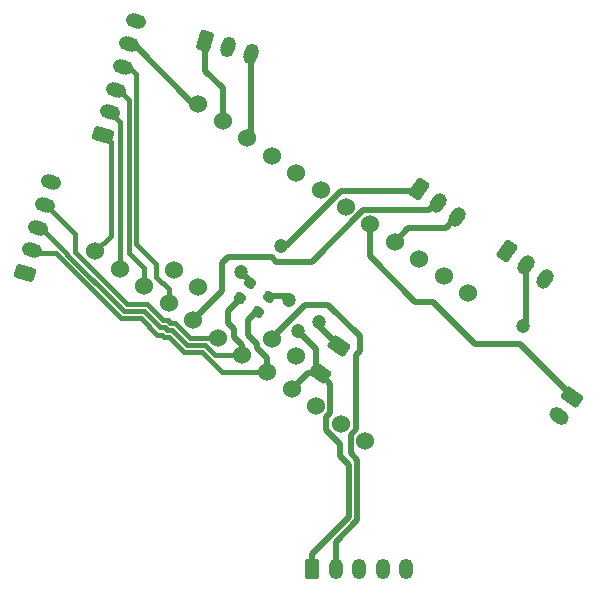
<source format=gbr>
%TF.GenerationSoftware,KiCad,Pcbnew,(6.0.9)*%
%TF.CreationDate,2023-01-28T00:17:32-09:00*%
%TF.ProjectId,HOTAS_Throttle Inner Grip,484f5441-535f-4546-9872-6f74746c6520,rev?*%
%TF.SameCoordinates,Original*%
%TF.FileFunction,Copper,L1,Top*%
%TF.FilePolarity,Positive*%
%FSLAX46Y46*%
G04 Gerber Fmt 4.6, Leading zero omitted, Abs format (unit mm)*
G04 Created by KiCad (PCBNEW (6.0.9)) date 2023-01-28 00:17:32*
%MOMM*%
%LPD*%
G01*
G04 APERTURE LIST*
G04 Aperture macros list*
%AMRoundRect*
0 Rectangle with rounded corners*
0 $1 Rounding radius*
0 $2 $3 $4 $5 $6 $7 $8 $9 X,Y pos of 4 corners*
0 Add a 4 corners polygon primitive as box body*
4,1,4,$2,$3,$4,$5,$6,$7,$8,$9,$2,$3,0*
0 Add four circle primitives for the rounded corners*
1,1,$1+$1,$2,$3*
1,1,$1+$1,$4,$5*
1,1,$1+$1,$6,$7*
1,1,$1+$1,$8,$9*
0 Add four rect primitives between the rounded corners*
20,1,$1+$1,$2,$3,$4,$5,0*
20,1,$1+$1,$4,$5,$6,$7,0*
20,1,$1+$1,$6,$7,$8,$9,0*
20,1,$1+$1,$8,$9,$2,$3,0*%
%AMHorizOval*
0 Thick line with rounded ends*
0 $1 width*
0 $2 $3 position (X,Y) of the first rounded end (center of the circle)*
0 $4 $5 position (X,Y) of the second rounded end (center of the circle)*
0 Add line between two ends*
20,1,$1,$2,$3,$4,$5,0*
0 Add two circle primitives to create the rounded ends*
1,1,$1,$2,$3*
1,1,$1,$4,$5*%
G04 Aperture macros list end*
%TA.AperFunction,ComponentPad*%
%ADD10C,1.524000*%
%TD*%
%TA.AperFunction,ComponentPad*%
%ADD11HorizOval,1.200000X-0.264347X0.075800X0.264347X-0.075800X0*%
%TD*%
%TA.AperFunction,ComponentPad*%
%ADD12RoundRect,0.249999X0.504316X-0.508716X0.697263X0.164169X-0.504316X0.508716X-0.697263X-0.164169X0*%
%TD*%
%TA.AperFunction,ComponentPad*%
%ADD13HorizOval,1.200000X-0.157734X-0.225267X0.157734X0.225267X0*%
%TD*%
%TA.AperFunction,ComponentPad*%
%ADD14RoundRect,0.249999X-0.645190X-0.311219X-0.071782X-0.712723X0.645190X0.311219X0.071782X0.712723X0*%
%TD*%
%TA.AperFunction,ComponentPad*%
%ADD15HorizOval,1.200000X-0.075800X-0.264347X0.075800X0.264347X0*%
%TD*%
%TA.AperFunction,ComponentPad*%
%ADD16RoundRect,0.249999X-0.508716X-0.504316X0.164169X-0.697263X0.508716X0.504316X-0.164169X0.697263X0*%
%TD*%
%TA.AperFunction,ComponentPad*%
%ADD17O,1.200000X1.750000*%
%TD*%
%TA.AperFunction,ComponentPad*%
%ADD18RoundRect,0.249999X-0.350001X-0.625001X0.350001X-0.625001X0.350001X0.625001X-0.350001X0.625001X0*%
%TD*%
%TA.AperFunction,ComponentPad*%
%ADD19HorizOval,1.200000X-0.225267X0.157734X0.225267X-0.157734X0*%
%TD*%
%TA.AperFunction,ComponentPad*%
%ADD20RoundRect,0.249999X-0.311219X0.645190X-0.712723X0.071782X0.311219X-0.645190X0.712723X-0.071782X0*%
%TD*%
%TA.AperFunction,SMDPad,CuDef*%
%ADD21RoundRect,0.218750X0.084438X-0.326168X0.335378X0.032211X-0.084438X0.326168X-0.335378X-0.032211X0*%
%TD*%
%TA.AperFunction,SMDPad,CuDef*%
%ADD22RoundRect,0.250000X0.296879X-0.665667X0.727061X-0.051303X-0.296879X0.665667X-0.727061X0.051303X0*%
%TD*%
%TA.AperFunction,ViaPad*%
%ADD23C,1.200000*%
%TD*%
%TA.AperFunction,Conductor*%
%ADD24C,0.508000*%
%TD*%
%TA.AperFunction,Conductor*%
%ADD25C,0.406400*%
%TD*%
G04 APERTURE END LIST*
D10*
%TO.P,U1,34*%
%TO.N,/I2C_SCK*%
X93303586Y-114337408D03*
%TO.P,U1,33*%
%TO.N,/I2C_DATA*%
X91222939Y-112880524D03*
%TO.P,U1,32*%
%TO.N,Net-(U1-Pad32)*%
X84981001Y-108509872D03*
%TO.P,U1,31*%
%TO.N,Net-(U1-Pad31)*%
X82900355Y-107052987D03*
%TO.P,U1,24*%
%TO.N,Net-(U1-Pad24)*%
X99128963Y-121517149D03*
%TO.P,U1,23*%
%TO.N,GND*%
X97048317Y-120060265D03*
%TO.P,U1,22*%
%TO.N,Net-(U1-Pad22)*%
X94967671Y-118603381D03*
%TO.P,U1,21*%
%TO.N,VCC*%
X92887024Y-117146497D03*
%TO.P,U1,20*%
%TO.N,/JOY_X*%
X90806378Y-115689612D03*
%TO.P,U1,19*%
%TO.N,/JOY_Y*%
X88725732Y-114232728D03*
%TO.P,U1,18*%
%TO.N,/JOY_SW*%
X86645086Y-112775844D03*
%TO.P,U1,17*%
%TO.N,/ANTENNA_ELEVATION*%
X84564440Y-111318960D03*
%TO.P,U1,16*%
%TO.N,/D*%
X82483793Y-109862076D03*
%TO.P,U1,15*%
%TO.N,/C*%
X80403147Y-108405192D03*
%TO.P,U1,14*%
%TO.N,/B*%
X78322501Y-106948307D03*
%TO.P,U1,13*%
%TO.N,/A*%
X76241855Y-105491423D03*
%TO.P,U1,12*%
%TO.N,/PUSH*%
X84983160Y-93007546D03*
%TO.P,U1,11*%
%TO.N,/COUNTERMEASURES_FWD*%
X87063806Y-94464430D03*
%TO.P,U1,10*%
%TO.N,/COUNTERMEASURES_AFT*%
X89144452Y-95921314D03*
%TO.P,U1,9*%
%TO.N,Net-(U1-Pad9)*%
X91225098Y-97378199D03*
%TO.P,U1,8*%
%TO.N,Net-(U1-Pad8)*%
X93305745Y-98835083D03*
%TO.P,U1,7*%
%TO.N,/SPEEDBREAK_EXTEND*%
X95386391Y-100291967D03*
%TO.P,U1,6*%
%TO.N,/SPEEDBREAK_RETRACT*%
X97467037Y-101748851D03*
%TO.P,U1,5*%
%TO.N,/CAGE-UNCAGE*%
X99547683Y-103205735D03*
%TO.P,U1,4*%
%TO.N,GND*%
X101628329Y-104662619D03*
%TO.P,U1,3*%
%TO.N,Net-(U1-Pad3)*%
X103708976Y-106119503D03*
%TO.P,U1,2*%
%TO.N,Net-(U1-Pad2)*%
X105789622Y-107576388D03*
%TO.P,U1,1*%
%TO.N,Net-(U1-Pad1)*%
X107870268Y-109033272D03*
%TD*%
D11*
%TO.P,COM1,6*%
%TO.N,GND*%
X79718374Y-86018383D03*
%TO.P,COM1,5*%
%TO.N,/PUSH*%
X79167099Y-87940906D03*
%TO.P,COM1,4*%
%TO.N,/D*%
X78615824Y-89863430D03*
%TO.P,COM1,3*%
%TO.N,/C*%
X78064549Y-91785953D03*
%TO.P,COM1,2*%
%TO.N,/B*%
X77513275Y-93708477D03*
D12*
%TO.P,COM1,1*%
%TO.N,/A*%
X76962000Y-95631000D03*
%TD*%
D13*
%TO.P,SPDBRK1,3*%
%TO.N,/SPEEDBREAK_RETRACT*%
X114376208Y-107780506D03*
%TO.P,SPDBRK1,2*%
%TO.N,GND*%
X112737904Y-106633353D03*
D14*
%TO.P,SPDBRK1,1*%
%TO.N,/SPEEDBREAK_EXTEND*%
X111099600Y-105486200D03*
%TD*%
D15*
%TO.P,CM1,3*%
%TO.N,/COUNTERMEASURES_AFT*%
X89443047Y-88732549D03*
%TO.P,CM1,2*%
%TO.N,GND*%
X87520523Y-88181275D03*
D16*
%TO.P,CM1,1*%
%TO.N,/COUNTERMEASURES_FWD*%
X85598000Y-87630000D03*
%TD*%
D11*
%TO.P,TDC/JOY1,5*%
%TO.N,GND*%
X72563099Y-99624906D03*
%TO.P,TDC/JOY1,4*%
%TO.N,/JOY_SW*%
X72011824Y-101547430D03*
%TO.P,TDC/JOY1,3*%
%TO.N,/JOY_Y*%
X71460549Y-103469953D03*
%TO.P,TDC/JOY1,2*%
%TO.N,/JOY_X*%
X70909275Y-105392477D03*
D12*
%TO.P,TDC/JOY1,1*%
%TO.N,VCC*%
X70358000Y-107315000D03*
%TD*%
D17*
%TO.P,J2/OUTPUT,5*%
%TO.N,GND*%
X102615000Y-132334000D03*
%TO.P,J2/OUTPUT,4*%
%TO.N,/SPARE*%
X100615000Y-132334000D03*
%TO.P,J2/OUTPUT,3*%
%TO.N,/I2C_SCK*%
X98615000Y-132334000D03*
%TO.P,J2/OUTPUT,2*%
%TO.N,/I2C_DATA*%
X96615000Y-132334000D03*
D18*
%TO.P,J2/OUTPUT,1*%
%TO.N,VCC*%
X94615000Y-132334000D03*
%TD*%
D19*
%TO.P,CAGE1,2*%
%TO.N,GND*%
X115515047Y-119418104D03*
D20*
%TO.P,CAGE1,1*%
%TO.N,/CAGE-UNCAGE*%
X116662200Y-117779800D03*
%TD*%
D13*
%TO.P,ANT1,3*%
%TO.N,GND*%
X106917560Y-102531539D03*
%TO.P,ANT1,2*%
%TO.N,/ANTENNA_ELEVATION*%
X105279256Y-101384386D03*
D14*
%TO.P,ANT1,1*%
%TO.N,VCC*%
X103640952Y-100237233D03*
%TD*%
D21*
%TO.P,C7,2*%
%TO.N,GND*%
X89406382Y-108131636D03*
%TO.P,C7,1*%
%TO.N,/JOY_Y*%
X88503000Y-109421800D03*
%TD*%
%TO.P,C8,2*%
%TO.N,GND*%
X90951691Y-109354918D03*
%TO.P,C8,1*%
%TO.N,/JOY_X*%
X90048309Y-110645082D03*
%TD*%
D22*
%TO.P,C1,2*%
%TO.N,GND*%
X96942007Y-113483387D03*
%TO.P,C1,1*%
%TO.N,VCC*%
X95335993Y-115777013D03*
%TD*%
D23*
%TO.N,GND*%
X92694000Y-109599600D03*
X88590937Y-107198337D03*
X95249996Y-111500000D03*
X112522000Y-111760000D03*
%TO.N,VCC*%
X93455825Y-112217199D03*
X91999970Y-105000000D03*
%TD*%
D24*
%TO.N,GND*%
X91113691Y-109284718D02*
X92379118Y-109284718D01*
X92379118Y-109284718D02*
X92694000Y-109599600D01*
X89406382Y-108013782D02*
X88590937Y-107198337D01*
X96942007Y-113483387D02*
X95249996Y-111791376D01*
X95249996Y-111791376D02*
X95249996Y-111500000D01*
X105934000Y-103500000D02*
X106934000Y-102500000D01*
X101628329Y-104662619D02*
X102790948Y-103500000D01*
X102790948Y-103500000D02*
X105934000Y-103500000D01*
X112737904Y-106633353D02*
X112737904Y-111544096D01*
X112737904Y-111544096D02*
X112522000Y-111760000D01*
%TO.N,VCC*%
X92887024Y-117146497D02*
X94285721Y-115747800D01*
X94285721Y-115747800D02*
X95300800Y-115747800D01*
X94615000Y-131114800D02*
X94615000Y-132334000D01*
X97764600Y-127965200D02*
X94615000Y-131114800D01*
X97764600Y-123571000D02*
X97764600Y-127965200D01*
X96977200Y-122783600D02*
X97764600Y-123571000D01*
X96977200Y-121788830D02*
X96977200Y-122783600D01*
X96183672Y-116681472D02*
X96183672Y-119187062D01*
X95832316Y-119538418D02*
X95832316Y-120643946D01*
X95351600Y-115849400D02*
X96183672Y-116681472D01*
X96183672Y-119187062D02*
X95832316Y-119538418D01*
X95832316Y-120643946D02*
X96977200Y-121788830D01*
X93455825Y-112217199D02*
X95000000Y-113761374D01*
X95000000Y-113761374D02*
X95000000Y-115500000D01*
X92416212Y-105000000D02*
X91999970Y-105000000D01*
X97086212Y-100330000D02*
X92416212Y-105000000D01*
X103500000Y-100000000D02*
X103170000Y-100330000D01*
X103170000Y-100330000D02*
X97086212Y-100330000D01*
%TO.N,/JOY_Y*%
X88406382Y-109631636D02*
X88406382Y-109513782D01*
D25*
X73917190Y-105748849D02*
X73917190Y-105743390D01*
X71628000Y-103454200D02*
X71475600Y-103454200D01*
X73917190Y-105743390D02*
X71628000Y-103454200D01*
X81756177Y-111925369D02*
X80368418Y-110537610D01*
X78350724Y-110182382D02*
X73917190Y-105748849D01*
X78705951Y-110537610D02*
X78350724Y-110182382D01*
X80368418Y-110537610D02*
X78705951Y-110537610D01*
D24*
X87503000Y-110921800D02*
X87503000Y-111506000D01*
X87503000Y-111506000D02*
X88011000Y-112014000D01*
X88011000Y-112014000D02*
X88011000Y-112750600D01*
X88011000Y-112750600D02*
X88696800Y-113436400D01*
X88696800Y-113436400D02*
X88696800Y-114198400D01*
D25*
X82187976Y-111925369D02*
X82375017Y-112112410D01*
X81756177Y-111925369D02*
X82187976Y-111925369D01*
X82775800Y-112112410D02*
X84045643Y-113382254D01*
X82375017Y-112112410D02*
X82775800Y-112112410D01*
X85526998Y-113382254D02*
X86368544Y-114223800D01*
X84045643Y-113382254D02*
X85526998Y-113382254D01*
X86368544Y-114223800D02*
X88747600Y-114223800D01*
X88747600Y-114223800D02*
X88747600Y-114274600D01*
D24*
X87503000Y-110921800D02*
X87503000Y-110497000D01*
X87503000Y-110497000D02*
X88500000Y-109500000D01*
%TO.N,/JOY_X*%
X89210309Y-112602473D02*
X89966800Y-113358964D01*
X89210309Y-112074882D02*
X89210309Y-112602473D01*
X89966800Y-113358964D02*
X89966800Y-113665000D01*
X89966800Y-113665000D02*
X90805000Y-114503200D01*
X90805000Y-114503200D02*
X90805000Y-115697000D01*
D25*
X71120000Y-105613200D02*
X70891400Y-105384600D01*
X85275816Y-113988664D02*
X83794460Y-113988664D01*
X81936792Y-112531778D02*
X81504994Y-112531778D01*
X83794460Y-113988664D02*
X82524618Y-112718820D01*
X90855800Y-115697000D02*
X86984152Y-115697000D01*
X86984152Y-115697000D02*
X85275816Y-113988664D01*
X81504994Y-112531778D02*
X80117236Y-111144020D01*
X82123834Y-112718820D02*
X81936792Y-112531778D01*
X80117236Y-111144020D02*
X78454770Y-111144020D01*
X78454770Y-111144020D02*
X72923950Y-105613200D01*
X82524618Y-112718820D02*
X82123834Y-112718820D01*
X72923950Y-105613200D02*
X71120000Y-105613200D01*
D24*
X89210309Y-112074882D02*
X89210309Y-111289691D01*
X89210309Y-111289691D02*
X90000000Y-110500000D01*
%TO.N,/I2C_DATA*%
X91135200Y-112877600D02*
X91135200Y-112903000D01*
X94012800Y-110000000D02*
X91135200Y-112877600D01*
X96615000Y-132334000D02*
X96615000Y-130116076D01*
X98472609Y-123136009D02*
X97912962Y-122576362D01*
X96000000Y-110000000D02*
X94012800Y-110000000D01*
X97912962Y-120995302D02*
X98374200Y-120534064D01*
X98679000Y-112679000D02*
X96000000Y-110000000D01*
X98472609Y-128258467D02*
X98472609Y-123136009D01*
X96615000Y-130116076D02*
X98472609Y-128258467D01*
X98374200Y-120534064D02*
X98374200Y-114249200D01*
X97912962Y-122576362D02*
X97912962Y-120995302D01*
X98374200Y-114249200D02*
X98679000Y-113944400D01*
X98679000Y-113944400D02*
X98679000Y-112679000D01*
D25*
%TO.N,/JOY_SW*%
X83026982Y-111506000D02*
X84296826Y-112775844D01*
X82626200Y-111506000D02*
X83026982Y-111506000D01*
X82007359Y-111318959D02*
X82439159Y-111318959D01*
X82439159Y-111318959D02*
X82626200Y-111506000D01*
X72085200Y-101549200D02*
X74523600Y-103987600D01*
X84296826Y-112775844D02*
X86645086Y-112775844D01*
X71983600Y-101549200D02*
X72085200Y-101549200D01*
X74523600Y-103987600D02*
X74523600Y-105497666D01*
X80619600Y-109931200D02*
X82007359Y-111318959D01*
X78957134Y-109931200D02*
X80619600Y-109931200D01*
X74523600Y-105497666D02*
X78957134Y-109931200D01*
D24*
%TO.N,/PUSH*%
X84963000Y-92989400D02*
X84937600Y-92989400D01*
X84582000Y-92989400D02*
X84963000Y-92989400D01*
X79167099Y-87940906D02*
X79533506Y-87940906D01*
X79533506Y-87940906D02*
X84582000Y-92989400D01*
D25*
%TO.N,/D*%
X82483793Y-109862076D02*
X82483793Y-108696593D01*
X82483793Y-108696593D02*
X81407000Y-107619800D01*
X81407000Y-106553000D02*
X79702010Y-104848010D01*
X81407000Y-107619800D02*
X81407000Y-106553000D01*
X79702010Y-104848010D02*
X79702010Y-90471610D01*
X79702010Y-90471610D02*
X79121000Y-89890600D01*
X79121000Y-89890600D02*
X78613000Y-89890600D01*
%TO.N,/C*%
X79095600Y-92633800D02*
X78232000Y-91770200D01*
X79095600Y-105613200D02*
X79095600Y-92633800D01*
X80403147Y-108405192D02*
X80403147Y-106920747D01*
X78232000Y-91770200D02*
X78028800Y-91770200D01*
X80403147Y-106920747D02*
X79095600Y-105613200D01*
%TO.N,/B*%
X77520800Y-93726000D02*
X77520800Y-93649800D01*
X78322501Y-106948307D02*
X78322501Y-94527701D01*
X78322501Y-94527701D02*
X77520800Y-93726000D01*
%TO.N,/A*%
X77571600Y-96215200D02*
X76987400Y-95631000D01*
X76241855Y-105491423D02*
X77571600Y-104161678D01*
X77571600Y-104161678D02*
X77571600Y-96215200D01*
D24*
%TO.N,/ANTENNA_ELEVATION*%
X104510266Y-101989734D02*
X105000000Y-101500000D01*
X98964002Y-101989734D02*
X104510266Y-101989734D01*
X91590079Y-106354001D02*
X94599735Y-106354001D01*
X87000000Y-106500000D02*
X87500000Y-106000000D01*
X87000000Y-108859400D02*
X87000000Y-106500000D01*
X91236078Y-106000000D02*
X91590079Y-106354001D01*
X94599735Y-106354001D02*
X98964002Y-101989734D01*
X84556600Y-111302800D02*
X87000000Y-108859400D01*
X87500000Y-106000000D02*
X91236078Y-106000000D01*
%TO.N,/COUNTERMEASURES_AFT*%
X89443047Y-88732549D02*
X89443047Y-95595953D01*
X89443047Y-95595953D02*
X89128600Y-95910400D01*
%TO.N,/COUNTERMEASURES_FWD*%
X85598000Y-87630000D02*
X85598000Y-90170000D01*
X85598000Y-90170000D02*
X87071200Y-91643200D01*
X87071200Y-91643200D02*
X87071200Y-94361000D01*
%TO.N,/CAGE-UNCAGE*%
X99547683Y-103205735D02*
X99547683Y-105897683D01*
X99547683Y-105897683D02*
X103378000Y-109728000D01*
X103378000Y-109728000D02*
X104902000Y-109728000D01*
X104902000Y-109728000D02*
X108458000Y-113284000D01*
X108458000Y-113284000D02*
X109728000Y-113284000D01*
X109728000Y-113284000D02*
X112268000Y-113284000D01*
X112268000Y-113284000D02*
X116586000Y-117602000D01*
%TD*%
M02*

</source>
